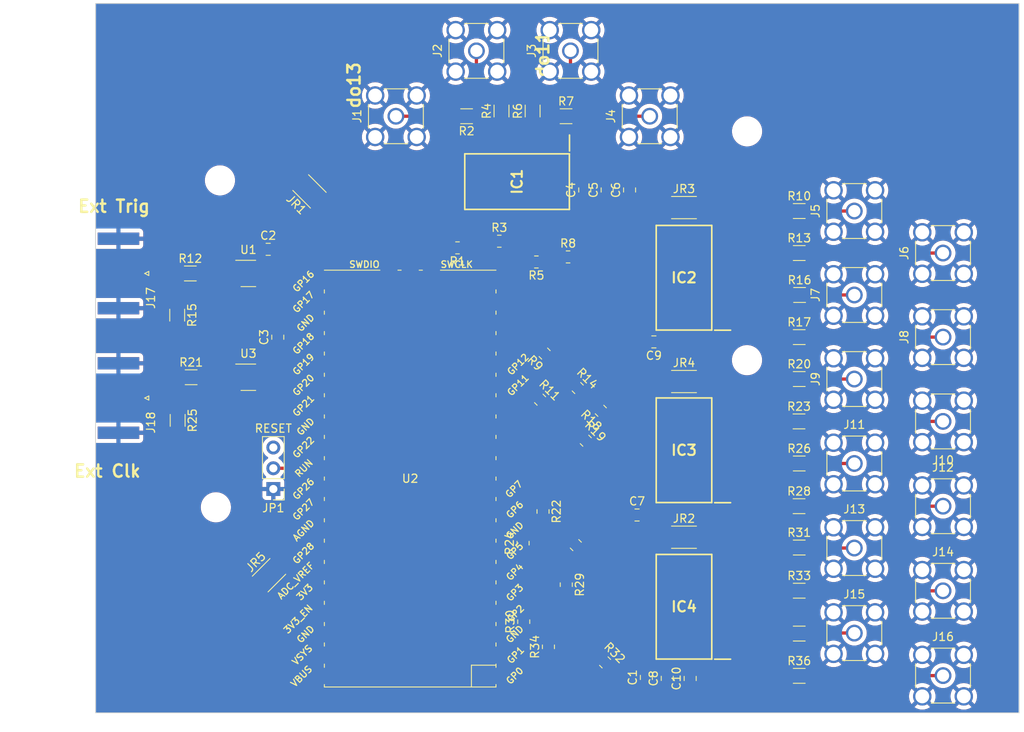
<source format=kicad_pcb>
(kicad_pcb (version 20221018) (generator pcbnew)
  (layers (0 "F.Cu" signal) (31 "B.Cu" signal) (34 "B.Paste" user) (35 "F.Paste" user) (36 "B.SilkS" user "B.Silkscreen") (37 "F.SilkS" user "F.Silkscreen") (38 "B.Mask" user) (39 "F.Mask" user) (44 "Edge.Cuts" user))
  (net 0 "")
  (net 1 "3_3V_Pico")
  (net 2 "GND")
  (net 3 "do7")
  (net 4 "do0")
  (net 5 "do15")
  (net 6 "do8")
  (net 7 "do14")
  (net 8 "do6")
  (net 9 "do9")
  (net 10 "do1")
  (net 11 "do13")
  (net 12 "do5")
  (net 13 "do10")
  (net 14 "do2")
  (net 15 "do12")
  (net 16 "do4")
  (net 17 "do3")
  (net 18 "Net-(IC1A-A0)")
  (net 20 "Net-(U2-GPIO16)")
  (net 24 "Net-(U2-GPIO20)")
  (net 38 "Net-(JP1-C)")
  (net 39 "do11")
  (net 40 "Net-(J17-In)")
  (net 41 "Net-(J18-In)")
  (net 42 "Net-(IC1A-A2)")
  (net 43 "Net-(IC1A-A4)")
  (net 44 "Net-(IC1A-A6)")
  (net 45 "Net-(IC1A-B6)")
  (net 46 "Net-(IC1A-B4)")
  (net 47 "Net-(IC1A-B2)")
  (net 48 "Net-(IC1A-B0)")
  (net 49 "Net-(IC2A-A0)")
  (net 50 "Net-(IC2A-A2)")
  (net 51 "Net-(IC2A-A4)")
  (net 52 "Net-(IC2A-A6)")
  (net 53 "Net-(IC2A-B6)")
  (net 54 "Net-(IC2A-B4)")
  (net 55 "Net-(IC2A-B2)")
  (net 56 "Net-(IC2A-B0)")
  (net 57 "Net-(IC3A-A0)")
  (net 58 "Net-(IC3A-A2)")
  (net 59 "Net-(IC3A-A4)")
  (net 60 "Net-(IC3A-A6)")
  (net 61 "Net-(IC3A-B6)")
  (net 62 "Net-(IC3A-B4)")
  (net 63 "Net-(IC3A-B2)")
  (net 64 "Net-(IC3A-B0)")
  (net 65 "Net-(IC4A-A0)")
  (net 66 "Net-(IC4A-A2)")
  (net 67 "Net-(IC4A-A4)")
  (net 68 "Net-(IC4A-A6)")
  (net 69 "Net-(IC4A-B6)")
  (net 70 "Net-(IC4A-B4)")
  (net 71 "Net-(IC4A-B2)")
  (net 72 "Net-(IC4A-B0)")
  (net 73 "Net-(R12-Pad2)")
  (net 74 "Net-(R21-Pad2)")
  (footprint "Resistor_SMD:R_1206_3216Metric_Pad1.30x1.75mm_HandSolder" (layer "F.Cu") (at 157.974 105.339)
    (fp_text reference "R23")
    (fp_text value "49.9")
  )
  (footprint "Capacitor_SMD:C_0805_2012Metric_Pad1.18x1.45mm_HandSolder" (layer "F.Cu") (at 137.242 77.0213 90)
    (fp_text reference "C6")
    (fp_text value "10u")
  )
  (footprint "Resistor_SMD:R_1206_3216Metric_Pad1.30x1.75mm_HandSolder" (layer "F.Cu") (at 81.944 105.215 -90)
    (fp_text reference "R25")
    (fp_text value "47k")
  )
  (footprint "Resistor_SMD:R_1206_3216Metric_Pad1.30x1.75mm_HandSolder" (layer "F.Cu") (at 158 120.774)
    (fp_text reference "R31")
    (fp_text value "49.9")
  )
  (footprint "Resistor_SMD:R_0805_2012Metric_Pad1.20x1.40mm_HandSolder" (layer "F.Cu") (at 134.2448 134.8278 -45)
    (fp_text reference "R32")
    (fp_text value "10k")
  )
  (footprint "Capacitor_SMD:C_0805_2012Metric_Pad1.18x1.45mm_HandSolder" (layer "F.Cu") (at 144.657 136.796 90)
    (fp_text reference "C10")
    (fp_text value "10u")
  )
  (footprint "Resistor_SMD:R_1206_3216Metric_Pad1.30x1.75mm_HandSolder" (layer "F.Cu") (at 158 110.489)
    (fp_text reference "R26")
    (fp_text value "49.9")
  )
  (footprint "Connector_Coaxial:SMA_Amphenol_901-144_Vertical" (layer "F.Cu") (at 175.596 105.339 180)
    (fp_text reference "J10")
    (fp_text value "do6")
  )
  (footprint "Connector_Coaxial:SMA_Amphenol_901-144_Vertical" (layer "F.Cu") (at 175.596 95.026 90)
    (fp_text reference "J8")
    (fp_text value "do8")
  )
  (footprint "Resistor_SMD:R_1206_3216Metric_Pad1.30x1.75mm_HandSolder" (layer "F.Cu") (at 158 95.026)
    (fp_text reference "R17")
    (fp_text value "49.9")
  )
  (footprint "Connector_Coaxial:SMA_Amphenol_901-144_Vertical" (layer "F.Cu") (at 175.596 115.715)
    (fp_text reference "J12")
    (fp_text value "do4")
  )
  (footprint "Connector_Coaxial:SMA_Amphenol_901-144_Vertical" (layer "F.Cu") (at 108.65 68 90)
    (fp_text reference "J1")
    (fp_text value "do15")
  )
  (footprint "Resistor_SMD:R_0805_2012Metric_Pad1.20x1.40mm_HandSolder" (layer "F.Cu") (at 125.8374 85.8312 180)
    (fp_text reference "R5")
    (fp_text value "10k")
  )
  (footprint "Connector_Coaxial:SMA_Amphenol_132289_EdgeMount" (layer "F.Cu") (at 74.7 102.48 180)
    (fp_text reference "J18")
    (fp_text value "Ext. Clk.")
  )
  (footprint "MCU_RaspberryPi_and_Boards:RPi_Pico_SMD" (layer "F.Cu") (at 110.394448 112.3375 180)
    (fp_text reference "U2")
    (fp_text value "Pico")
  )
  (footprint "Resistor_SMD:R_0805_2012Metric_Pad1.20x1.40mm_HandSolder" (layer "F.Cu") (at 121.3002 83.2912)
    (fp_text reference "R3")
    (fp_text value "10k")
  )
  (footprint "Capacitor_SMD:C_0805_2012Metric_Pad1.18x1.45mm_HandSolder" (layer "F.Cu") (at 139.295 136.6685 90)
    (fp_text reference "C1")
    (fp_text value "100n")
  )
  (footprint "Resistor_SMD:R_1206_3216Metric_Pad1.30x1.75mm_HandSolder" (layer "F.Cu") (at 158 79.6)
    (fp_text reference "R10")
    (fp_text value "49.9")
  )
  (footprint "Resistor_SMD:R_2010_5025Metric_Pad1.40x2.65mm_HandSolder" (layer "F.Cu") (at 93.1222 124.1598 45)
    (fp_text reference "JR5")
    (fp_text value "0")
  )
  (footprint "MountingHole:MountingHole_3.2mm_M3_ISO7380" (layer "F.Cu") (at 87.12 75.871)
    (fp_text reference "REF**" hide)
    (fp_text value "MountingHole_3.2mm_M3_ISO7380" hide)
  )
  (footprint "Resistor_SMD:R_2010_5025Metric_Pad1.40x2.65mm_HandSolder" (layer "F.Cu") (at 143.9 79.1764)
    (fp_text reference "JR3")
    (fp_text value "0")
  )
  (footprint "Resistor_SMD:R_1206_3216Metric_Pad1.30x1.75mm_HandSolder" (layer "F.Cu") (at 158 84.74)
    (fp_text reference "R13")
    (fp_text value "49.9")
  )
  (footprint "Resistor_SMD:R_1206_3216Metric_Pad1.30x1.75mm_HandSolder" (layer "F.Cu") (at 125.38 67.36 90)
    (fp_text reference "R6")
    (fp_text value "49.9")
  )
  (footprint "ICs:SOIC127P1032X265-20N" (layer "F.Cu") (at 143.9 128.0206 180)
    (fp_text reference "IC4")
    (fp_text value "74LVT245D,118" hide)
  )
  (footprint "Resistor_SMD:R_1206_3216Metric_Pad1.30x1.75mm_HandSolder" (layer "F.Cu") (at 117.3 68 180)
    (fp_text reference "R2")
    (fp_text value "49.9")
  )
  (footprint "Capacitor_SMD:C_0805_2012Metric_Pad1.18x1.45mm_HandSolder" (layer "F.Cu") (at 93.0206 84.2818)
    (fp_text reference "C2")
    (fp_text value "100n")
  )
  (footprint "ICs:SOIC127P1032X265-20N" (layer "F.Cu") (at 143.9 87.7616 180)
    (fp_text reference "IC2")
    (fp_text value "74LVT245D,118" hide)
  )
  (footprint "Connector_PinHeader_2.54mm:PinHeader_1x03_P2.54mm_Vertical" (layer "F.Cu") (at 93.6498 113.6142 180)
    (fp_text reference "JP1")
    (fp_text value "RESET")
  )
  (footprint "ICs:SOIC127P1032X265-20N" (layer "F.Cu") (at 123.4752 76 -90)
    (fp_text reference "IC1")
    (fp_text value "74LVT245D,118" hide)
  )
  (footprint "Resistor_SMD:R_1206_3216Metric_Pad1.30x1.75mm_HandSolder" (layer "F.Cu") (at 158 126.056)
    (fp_text reference "R33")
    (fp_text value "49.9")
  )
  (footprint "Resistor_SMD:R_1206_3216Metric_Pad1.30x1.75mm_HandSolder" (layer "F.Cu") (at 83.494448 87.2375)
    (fp_text reference "R12")
    (fp_text value "470")
  )
  (footprint "Resistor_SMD:R_0805_2012Metric_Pad1.20x1.40mm_HandSolder" (layer "F.Cu") (at 126.6502 116.362 -90)
    (fp_text reference "R22")
    (fp_text value "10k")
  )
  (footprint "Resistor_SMD:R_1206_3216Metric_Pad1.30x1.75mm_HandSolder" (layer "F.Cu") (at 158 136.474)
    (fp_text reference "R36")
    (fp_text value "49.9")
  )
  (footprint "Resistor_SMD:R_2010_5025Metric_Pad1.40x2.65mm_HandSolder" (layer "F.Cu") (at 143.9 119.5116)
    (fp_text reference "JR2")
    (fp_text value "0")
  )
  (footprint "Resistor_SMD:R_1206_3216Metric_Pad1.30x1.75mm_HandSolder" (layer "F.Cu") (at 158.0446 89.87)
    (fp_text reference "R16")
    (fp_text value "49.9" hide)
  )
  (footprint "Resistor_SMD:R_0805_2012Metric_Pad1.20x1.40mm_HandSolder" (layer "F.Cu") (at 131.8826 107.7006 -45)
    (fp_text reference "R19")
    (fp_text value "10k")
  )
  (footprint "Capacitor_SMD:C_0805_2012Metric_Pad1.18x1.45mm_HandSolder" (layer "F.Cu") (at 141.852 136.7825 90)
    (fp_text reference "C8")
    (fp_text value "1u")
  )
  (footprint "Resistor_SMD:R_1206_3216Metric_Pad1.30x1.75mm_HandSolder" (layer "F.Cu") (at 83.594448 99.9375)
    (fp_text reference "R21")
    (fp_text value "470")
  )
  (footprint "MountingHole:MountingHole_3.2mm_M3_ISO7380" (layer "F.Cu") (at 151.62 97.871)
    (fp_text reference "REF**" hide)
    (fp_text value "MountingHole_3.2mm_M3_ISO7380" hide)
  )
  (footprint "Capacitor_SMD:C_0805_2012Metric_Pad1.18x1.45mm_HandSolder" (layer "F.Cu") (at 140.2138 95.6102 180)
    (fp_text reference "C9")
    (fp_text value "100n")
  )
  (footprint "Connector_Coaxial:SMA_Amphenol_132289_EdgeMount" (layer "F.Cu") (at 74.7 87.2375 180)
    (fp_text reference "J17")
    (fp_text value "Ext. Trig.")
  )
  (footprint "Capacitor_SMD:C_0805_2012Metric_Pad1.18x1.45mm_HandSolder" (layer "F.Cu") (at 94.194448 95.0375 90)
    (fp_text reference "C3")
    (fp_text value "100n")
  )
  (footprint "Resistor_SMD:R_0805_2012Metric_Pad1.20x1.40mm_HandSolder" (layer "F.Cu") (at 124.291 129.844 90)
    (fp_text reference "R30")
    (fp_text value "10k")
  )
  (footprint "Resistor_SMD:R_1206_3216Metric_Pad1.30x1.75mm_HandSolder" (layer "F.Cu") (at 158 131.304)
    (fp_text reference "R35" hide)
    (fp_text value "49.9")
  )
  (footprint "Resistor_SMD:R_0805_2012Metric_Pad1.20x1.40mm_HandSolder" (layer "F.Cu") (at 129.495 125.3188 -90)
    (fp_text reference "R29")
    (fp_text value "10k")
  )
  (footprint "Resistor_SMD:R_0805_2012Metric_Pad1.20x1.40mm_HandSolder" (layer "F.Cu") (at 130.899 101.255 -45)
    (fp_text reference "R14")
    (fp_text value "10k")
  )
  (footprint "ICs:SOIC127P1032X265-20N" (layer "F.Cu") (at 143.9 108.869 180)
    (fp_text reference "IC3")
    (fp_text value "74LVT245D,118" hide)
  )
  (footprint "Resistor_SMD:R_0805_2012Metric_Pad1.20x1.40mm_HandSolder" (layer "F.Cu") (at 130.6634 120.4768 -45)
    (fp_text reference "R27" hide)
    (fp_text value "10k")
  )
  (footprint "Connector_Coaxial:SMA_Amphenol_901-144_Vertical" (layer "F.Cu") (at 164.74 100.158 90)
    (fp_text reference "J9")
    (fp_text value "do7")
  )
  (footprint "Package_TO_SOT_SMD:SOT-23-5_HandSoldering" (layer "F.Cu") (at 90.594448 87.2375)
    (fp_text reference "U1")
    (fp_text value "74LVC1G17")
  )
  (footprint "Connector_Coaxial:SMA_Amphenol_901-144_Vertical" (layer "F.Cu") (at 175.596 126.07)
    (fp_text reference "J14")
    (fp_text value "do2")
  )
  (footprint "MountingHole:MountingHole_3.2mm_M3_ISO7380" (layer "F.Cu") (at 86.62 115.871)
    (fp_text reference "REF**" hide)
    (fp_text value "MountingHole_3.2mm_M3_ISO7380" hide)
  )
  (footprint "Connector_Coaxial:SMA_Amphenol_901-144_Vertical" (layer "F.Cu") (at 139.706 68 90)
    (fp_text reference "J4")
    (fp_text value "do12")
  )
  (footprint "Connector_Coaxial:SMA_Amphenol_901-144_Vertical" (layer "F.Cu") (at 118.5 60 90)
    (fp_text reference "J2")
    (fp_text value "do14")
  )
  (footprint "Resistor_SMD:R_0805_2012Metric_Pad1.20x1.40mm_HandSolder" (layer "F.Cu") (at 126.847107 97.043107 135)
    (fp_text reference "R9")
    (fp_text value "10k")
  )
  (footprint "Resistor_SMD:R_2010_5025Metric_Pad1.40x2.65mm_HandSolder" (layer "F.Cu") (at 98.0752 77.1952 135)
    (fp_text reference "JR1")
    (fp_text value "0")
  )
  (footprint "Resistor_SMD:R_0805_2012Metric_Pad1.20x1.40mm_HandSolder" (layer "F.Cu") (at 124.2118 120.2388 90)
    (fp_text reference "R24")
    (fp_text value "10k" hide)
  )
  (footprint "Connector_Coaxial:SMA_Amphenol_901-144_Vertical" (layer "F.Cu") (at 175.596 136.445)
    (fp_text reference "J16")
    (fp_text value "do0")
  )
  (footprint "Resistor_SMD:R_0805_2012Metric_Pad1.20x1.40mm_HandSolder" (layer "F.Cu") (at 126.29 102.684 -45)
    (fp_text reference "R11")
    (fp_text value "10k")
  )
  (footprint "Resistor_SMD:R_1206_3216Metric_Pad1.30x1.75mm_HandSolder" (layer "F.Cu") (at 81.887 92.338 -90)
    (fp_text reference "R15")
    (fp_text value "47k")
  )
  (footprint "Connector_Coaxial:SMA_Amphenol_901-144_Vertical" (layer "F.Cu") (at 130.01 60 90)
    (fp_text reference "J3")
    (fp_text value "do13")
  )
  (footprint "Resistor_SMD:R_0805_2012Metric_Pad1.20x1.40mm_HandSolder" (layer "F.Cu") (at 116.1854 84.104 180)
    (fp_text reference "R1")
    (fp_text value "10k")
  )
  (footprint "Connector_Coaxial:SMA_Amphenol_901-144_Vertical" (layer "F.Cu") (at 164.74 79.6 90)
    (fp_text reference "J5")
    (fp_text value "do11")
  )
  (footprint "Resistor_SMD:R_1206_3216Metric_Pad1.30x1.75mm_HandSolder" (layer "F.Cu") (at 157.981 115.715)
    (fp_text reference "R28")
    (fp_text value "49.9")
  )
  (footprint "Resistor_SMD:R_1206_3216Metric_Pad1.30x1.75mm_HandSolder" (layer "F.Cu") (at 158 100.158)
    (fp_text reference "R20")
    (fp_text value "49.9")
  )
  (footprint "Resistor_SMD:R_0805_2012Metric_Pad1.20x1.40mm_HandSolder" (layer "F.Cu") (at 127.3106 132.9228 90)
    (fp_text reference "R34")
    (fp_text value "10k")
  )
  (footprint "Connector_Coaxial:SMA_Amphenol_901-144_Vertical" (layer "F.Cu") (at 175.596 84.74 90)
    (fp_text reference "J6")
    (fp_text value "do10")
  )
  (footprint "Connector_Coaxial:SMA_Amphenol_901-144_Vertical" (layer "F.Cu") (at 164.74 120.835)
    (fp_text reference "J13")
    (fp_text value "do3")
  )
  (footprint "Resistor_SMD:R_1206_3216Metric_Pad1.30x1.75mm_HandSolder" (layer "F.Cu") (at 129.47 68)
    (fp_text reference "R7")
    (fp_text value "49.9")
  )
  (footprint "Package_TO_SOT_SMD:SOT-23-5_HandSoldering" (layer "F.Cu") (at 90.594448 99.9375)
    (fp_text reference "U3")
    (fp_text value "74LVC1G34")
  )
  (footprint "Resistor_SMD:R_0805_2012Metric_Pad1.20x1.40mm_HandSolder" (layer "F.Cu") (at 129.715 85.212)
    (fp_text reference "R8")
    (fp_text value "10k")
  )
  (footprint "Capacitor_SMD:C_0805_2012Metric_Pad1.18x1.45mm_HandSolder" (layer "F.Cu") (at 138.1564 116.7938)
    (fp_text reference "C7")
    (fp_text value "100n")
  )
  (footprint "Capacitor_SMD:C_0805_2012Metric_Pad1.18x1.45mm_HandSolder" (layer "F.Cu") (at 134.4988 77.0213 90)
    (fp_text reference "C5")
    (fp_text value "1u")
  )
  (footprint "Connector_Coaxial:SMA_Amphenol_901-144_Vertical" (layer "F.Cu") (at 164.74 110.489)
    (fp_text reference "J11")
    (fp_text value "do5")
  )
  (footprint "Connector_Coaxial:SMA_Amphenol_901-144_Vertical" (layer "F.Cu") (at 164.74 89.87 90)
    (fp_text reference "J7")
    (fp_text value "do9")
  )
  (footprint "Capacitor_SMD:C_0805_2012Metric_Pad1.18x1.45mm_HandSolder" (layer "F.Cu") (at 131.7556 77.0213 90)
    (fp_text reference "C4")
    (fp_text value "100n")
  )
  (footprint "Resistor_SMD:R_0805_2012Metric_Pad1.20x1.40mm_HandSolder" (layer "F.Cu") (at 133.723 104.042 135)
    (fp_text reference "R18")
    (fp_text value "10k")
  )
  (footprint "Connector_Coaxial:SMA_Amphenol_901-144_Vertical" (layer "F.Cu") (at 164.74 131.244)
    (fp_text reference "J15")
    (fp_text value "do1")
  )
  (footprint "Resistor_SMD:R_1206_3216Metric_Pad1.30x1.75mm_HandSolder" (layer "F.Cu") (at 121.5702 67.36 90)
    (fp_text reference "R4")
    (fp_text value "49.9")
  )
  (footprint "MountingHole:MountingHole_3.2mm_M3_ISO7380" (layer "F.Cu") (at 151.62 69.871)
    (fp_text reference "REF**" hide)
    (fp_text value "MountingHole_3.2mm_M3_ISO7380" hide)
  )
  (footprint "Resistor_SMD:R_2010_5025Metric_Pad1.40x2.65mm_HandSolder" (layer "F.Cu") (at 143.9 100.4616)
    (fp_text reference "JR4")
    (fp_text value "0")
  )
  (gr_rect (start 71.9 54.2) (end 184.9 141) (stroke (width 0.1)) (fill none) (layer "Edge.Cuts"))
  (gr_text "do11" (at 127.5 63.4 90) (layer "F.SilkS") (effects (font (size 1.5 1.5) (thickness 0.3) bold) (justify left bottom)))
  (gr_text "Ext Clk" (at 69.1 112.3) (layer "F.SilkS") (effects (font (size 1.5 1.5) (thickness 0.3) bold) (justify left bottom)))
  (gr_text "Ext Trig" (at 69.6 79.9) (layer "F.SilkS") (effects (font (size 1.5 1.5) (thickness 0.3) bold) (justify left bottom)))
  (gr_text "do13" (at 104.4 67.2 90) (layer "F.SilkS") (effects (font (size 1.5 1.5) (thickness 0.3) bold) (justify left bottom)))
  (segment (start 90.594448 86.6375) (end 90.944448 86.2875) (width 0.4) (layer "F.Cu") (net 1))
  (segment (start 90.944448 86.2875) (end 91.944448 86.2875) (width 0.4) (layer "F.Cu") (net 1))
  (segment (start 92.8925 98.9875) (end 94.194448 97.685552) (width 0.4) (layer "F.Cu") (net 1))
  (segment (start 91.944448 98.9875) (end 92.8925 98.9875) (width 0.4) (layer "F.Cu") (net 1))
  (segment (start 143.9 93.4766) (end 143.9 77.416) (width 0.4) (layer "F.Cu") (net 1))
  (segment (start 139.175 114.584) (end 139.175 116.7749) (width 0.4) (layer "F.Cu") (net 1))
  (segment (start 144.5295 135.631) (end 139.295 135.631) (width 0.4) (layer "F.Cu") (net 1))
  (segment (start 143.9 99.2932) (end 143.9 93.4766) (width 0.4) (layer "F.Cu") (net 1))
  (segment (start 142.484 76) (end 130.4094 76) (width 0.4) (layer "F.Cu") (net 1))
  (segment (start 101.504448 126.3075) (end 101.474448 126.3375) (width 0.4) (layer "F.Cu") (net 1))
  (segment (start 90.594448 121.6375) (end 90.594448 99.2375) (width 0.4) (layer "F.Cu") (net 1))
  (segment (start 143.9 133.6594) (end 143.9 120.7816) (width 0.4) (layer "F.Cu") (net 1))
  (segment (start 139.1763 95.6102) (end 139.1763 93.4779) (width 0.4) (layer "F.Cu") (net 1))
  (segment (start 139.295 133.8556) (end 139.175 133.7356) (width 0.4) (layer "F.Cu") (net 1))
  (segment (start 129.2918 76) (end 129.1902 76.1016) (width 0.4) (layer "F.Cu") (net 1))
  (segment (start 143.8746 120.807) (end 143.9 120.7816) (width 0.4) (layer "F.Cu") (net 1))
  (segment (start 139.175 93.4766) (end 143.9 93.4766) (width 0.4) (layer "F.Cu") (net 1))
  (segment (start 95.294448 126.3375) (end 90.594448 121.6375) (width 0.4) (layer "F.Cu") (net 1))
  (segment (start 90.594448 99.2375) (end 90.594448 86.6375) (width 0.4) (layer "F.Cu") (net 1))
  (segment (start 139.295 135.631) (end 139.295 133.8556) (width 0.4) (layer "F.Cu") (net 1))
  (segment (start 143.9 133.6594) (end 143.8238 133.7356) (width 0.4) (layer "F.Cu") (net 1))
  (segment (start 144.334 135.4355) (end 144.657 135.7585) (width 0.4) (layer "F.Cu") (net 1))
  (segment (start 99.2958 76) (end 129.2918 76) (width 0.4) (layer "F.Cu") (net 1))
  (segment (start 91.944448 83.351352) (end 99.2958 76) (width 0.4) (layer "F.Cu") (net 1))
  (segment (start 143.9 114.4316) (end 143.9 99.2932) (width 0.4) (layer "F.Cu") (net 1))
  (segment (start 139.175 114.584) (end 143.7476 114.584) (width 0.4) (layer "F.Cu") (net 1))
  (segment (start 129.2918 76) (end 130.4094 76) (width 0.4) (layer "F.Cu") (net 1))
  (segment (start 139.1763 93.4779) (end 139.175 93.4766) (width 0.4) (layer "F.Cu") (net 1))
  (segment (start 129.1902 76.1016) (end 129.1902 80.725) (width 0.4) (layer "F.Cu") (net 1))
  (segment (start 143.9 120.7816) (end 143.9 114.4316) (width 0.4) (layer "F.Cu") (net 1))
  (segment (start 94.194448 97.685552) (end 94.194448 96.075) (width 0.4) (layer "F.Cu") (net 1))
  (segment (start 144.657 135.7585) (end 144.5295 135.631) (width 0.4) (layer "F.Cu") (net 1))
  (segment (start 101.474448 126.3375) (end 95.294448 126.3375) (width 0.4) (layer "F.Cu") (net 1))
  (segment (start 90.844448 98.9875) (end 91.944448 98.9875) (width 0.4) (layer "F.Cu") (net 1))
  (segment (start 91.944448 86.2875) (end 91.944448 83.351352) (width 0.4) (layer "F.Cu") (net 1))
  (segment (start 143.9 77.416) (end 142.484 76) (width 0.4) (layer "F.Cu") (net 1))
  (segment (start 143.8238 133.7356) (end 139.175 133.7356) (width 0.4) (layer "F.Cu") (net 1))
  (segment (start 139.175 116.7749) (end 139.1939 116.7938) (width 0.4) (layer "F.Cu") (net 1))
  (segment (start 137.1183 78.5558) (end 137.121 78.5531) (width 0.4) (layer "F.Cu") (net 2))
  (segment (start 159.55 100.158) (end 164.696 100.158) (width 0.4) (layer "F.Cu") (net 3))
  (segment (start 159.2685 136.474) (end 159.2975 136.445) (width 0.4) (layer "F.Cu") (net 4))
  (segment (start 159.2975 136.445) (end 175.596 136.445) (width 0.4) (layer "F.Cu") (net 4))
  (segment (start 115.75 68) (end 108.65 68) (width 0.4) (layer "F.Cu") (net 5))
  (segment (start 159.55 94.518) (end 160.058 95.026) (width 0.4) (layer "F.Cu") (net 6))
  (segment (start 160.058 95.026) (end 175.596 95.026) (width 0.4) (layer "F.Cu") (net 6))
  (segment (start 119.985 65.425) (end 118.5 63.94) (width 0.4) (layer "F.Cu") (net 7))
  (segment (start 118.5 63.94) (end 118.5 60) (width 0.4) (layer "F.Cu") (net 7))
  (segment (start 121.5702 65.81) (end 120.37 65.81) (width 0.4) (layer "F.Cu") (net 7))
  (segment (start 120.37 65.81) (end 119.985 65.425) (width 0.4) (layer "F.Cu") (net 7))
  (segment (start 119.71 65.15) (end 119.7144 65.1456) (width 0.4) (layer "F.Cu") (net 7))
  (segment (start 119.985 65.425) (end 119.71 65.15) (width 0.4) (layer "F.Cu") (net 7))
  (segment (start 159.524 105.795) (end 159.98 105.339) (width 0.4) (layer "F.Cu") (net 8))
  (segment (start 159.98 105.339) (end 175.596 105.339) (width 0.4) (layer "F.Cu") (net 8))
  (segment (start 159.5946 89.87) (end 164.74 89.87) (width 0.4) (layer "F.Cu") (net 9))
  (segment (start 164.7405 131.461) (end 164.5125 131.233) (width 0.4) (layer "F.Cu") (net 10))
  (segment (start 159.407 131.233) (end 159.356 131.284) (width 0.4) (layer "F.Cu") (net 10))
  (segment (start 164.5125 131.233) (end 159.407 131.233) (width 0.4) (layer "F.Cu") (net 10))
  (segment (start 164.836 131.351) (end 164.825 131.34) (width 0.4) (layer "F.Cu") (net 10))
  (segment (start 125.38 65.81) (end 127.33 65.81) (width 0.4) (layer "F.Cu") (net 11))
  (segment (start 130.01 60) (end 130.01 63.13) (width 0.4) (layer "F.Cu") (net 11))
  (segment (start 130.01 63.13) (end 127.33 65.81) (width 0.4) (layer "F.Cu") (net 11))
  (segment (start 159.55 111.021) (end 159.561 111.01) (width 0.4) (layer "F.Cu") (net 12))
  (segment (start 159.561 110.489) (end 164.74 110.489) (width 0.4) (layer "F.Cu") (net 12))
  (segment (start 159.5692 84.74) (end 175.596 84.74) (width 0.4) (layer "F.Cu") (net 13))
  (segment (start 159.5184 84.7898) (end 159.5692 84.739) (width 0.4) (layer "F.Cu") (net 13))
  (segment (start 169.027 126.07) (end 169.029 126.068) (width 0.4) (layer "F.Cu") (net 14))
  (segment (start 168.0776 126.07) (end 159.5355 126.07) (width 0.4) (layer "F.Cu") (net 14))
  (segment (start 169.027 126.07) (end 168.0776 126.07) (width 0.4) (layer "F.Cu") (net 14))
  (segment (start 168.0776 126.07) (end 175.596 126.07) (width 0.4) (layer "F.Cu") (net 14))
  (segment (start 159.5355 126.07) (end 159.2775 126.328) (width 0.4) (layer "F.Cu") (net 14))
  (segment (start 139.706 68) (end 131.02 68) (width 0.4) (layer "F.Cu") (net 15))
  (segment (start 131.33 67.99) (end 131.02 68.3) (width 0.4) (layer "F.Cu") (net 15))
  (segment (start 159.3785 115.715) (end 175.596 115.715) (width 0.4) (layer "F.Cu") (net 16))
  (segment (start 159.2215 120.835) (end 164.4295 120.835) (width 0.4) (layer "F.Cu") (net 17))
  (segment (start 159.1605 120.774) (end 159.2215 120.835) (width 0.4) (layer "F.Cu") (net 17))
  (segment (start 127.92 68) (end 127.92 71.2748) (width 0.4) (layer "F.Cu") (net 18))
  (segment (start 127.92 71.2748) (end 127.9202 71.275) (width 0.4) (layer "F.Cu") (net 18))
  (segment (start 127.9202 71.275) (end 126.6502 71.275) (width 0.4) (layer "F.Cu") (net 18))
  (segment (start 126.65 71.2748) (end 126.6502 71.275) (width 0.4) (layer "F.Cu") (net 18))
  (segment (start 101.484448 88.1875) (end 91.944448 88.1875) (width 0.4) (layer "F.Cu") (net 20))
  (segment (start 101.504448 88.2075) (end 101.484448 88.1875) (width 0.4) (layer "F.Cu") (net 20))
  (segment (start 101.504448 100.9075) (end 101.484448 100.8875) (width 0.4) (layer "F.Cu") (net 24))
  (segment (start 101.484448 100.8875) (end 91.944448 100.8875) (width 0.4) (layer "F.Cu") (net 24))
  (segment (start 101.504448 111.0675) (end 101.497748 111.0742) (width 0.4) (layer "F.Cu") (net 38))
  (segment (start 101.497748 111.0742) (end 93.6498 111.0742) (width 0.4) (layer "F.Cu") (net 38))
  (segment (start 159.55 79.6) (end 164.74 79.6) (width 0.4) (layer "F.Cu") (net 39))
  (segment (start 75.694448 87.2375) (end 81.944448 87.2375) (width 0.4) (layer "F.Cu") (net 40))
  (segment (start 81.887 90.788) (end 81.887 87.294948) (width 0.4) (layer "F.Cu") (net 40))
  (segment (start 81.887 87.294948) (end 81.944448 87.2375) (width 0.4) (layer "F.Cu") (net 40))
  (segment (start 80.5325 99.9375) (end 82.044448 99.9375) (width 0.4) (layer "F.Cu") (net 41))
  (segment (start 82.044448 103.564552) (end 81.944 103.665) (width 0.4) (layer "F.Cu") (net 41))
  (segment (start 82.044448 99.9375) (end 82.044448 103.564552) (width 0.4) (layer "F.Cu") (net 41))
  (segment (start 75.664448 102.48) (end 77.99 102.48) (width 0.4) (layer "F.Cu") (net 41))
  (segment (start 77.99 102.48) (end 80.5325 99.9375) (width 0.4) (layer "F.Cu") (net 41))
  (segment (start 125.38 68.91) (end 125.38 71.2748) (width 0.4) (layer "F.Cu") (net 42))
  (segment (start 124.1 71.2648) (end 124.1102 71.275) (width 0.4) (layer "F.Cu") (net 42))
  (segment (start 125.3802 71.275) (end 124.1102 71.275) (width 0.4) (layer "F.Cu") (net 42))
  (segment (start 125.38 71.2748) (end 125.3802 71.275) (width 0.4) (layer "F.Cu") (net 42))
  (segment (start 121.5702 71.275) (end 122.8402 71.275) (width 0.4) (layer "F.Cu") (net 43))
  (segment (start 121.5702 68.9662) (end 121.5702 71.275) (width 0.4) (layer "F.Cu") (net 43))
  (segment (start 119.0302 68.1772) (end 118.853 68) (width 0.4) (layer "F.Cu") (net 44))
  (segment (start 118.853 68.1782) (end 119.0308 68.356) (width 0.4) (layer "F.Cu") (net 44))
  (segment (start 119.0308 71.2744) (end 119.0302 71.275) (width 0.4) (layer "F.Cu") (net 44))
  (segment (start 119.0302 71.275) (end 120.3002 71.275) (width 0.4) (layer "F.Cu") (net 44))
  (segment (start 119.0302 71.275) (end 119.0302 68.1772) (width 0.4) (layer "F.Cu") (net 44))
  (segment (start 117.121 83.4986) (end 117.7602 82.8594) (width 0.4) (layer "F.Cu") (net 45))
  (segment (start 117.7602 82.8594) (end 117.7602 80.725) (width 0.4) (layer "F.Cu") (net 45))
  (segment (start 117.5335 88.2075) (end 117.121 87.795) (width 0.4) (layer "F.Cu") (net 45))
  (segment (start 117.7602 80.725) (end 119.0302 80.725) (width 0.4) (layer "F.Cu") (net 45))
  (segment (start 119.284448 88.2075) (end 117.5335 88.2075) (width 0.4) (layer "F.Cu") (net 45))
  (segment (start 117.121 87.795) (end 117.121 83.4986) (width 0.4) (layer "F.Cu") (net 45))
  (segment (start 119.9805 88.2075) (end 120.306 87.882) (width 0.4) (layer "F.Cu") (net 45))
  (segment (start 119.284448 88.2075) (end 119.9805 88.2075) (width 0.4) (layer "F.Cu") (net 45))
  (segment (start 122.9672 90.3328) (end 122.9672 87.0758) (width 0.4) (layer "F.Cu") (net 46))
  (segment (start 122.5525 90.7475) (end 122.9672 90.3328) (width 0.4) (layer "F.Cu") (net 46))
  (segment (start 120.3002 80.725) (end 121.5702 80.725) (width 0.4) (layer "F.Cu") (net 46))
  (segment (start 120.3002 84.4088) (end 120.3002 80.725) (width 0.4) (layer "F.Cu") (net 46))
  (segment (start 122.9672 87.0758) (end 120.3002 84.4088) (width 0.4) (layer "F.Cu") (net 46))
  (segment (start 119.284448 90.7475) (end 122.5525 90.7475) (width 0.4) (layer "F.Cu") (net 46))
  (segment (start 121.044448 95.8275) (end 119.284448 95.8275) (width 0.4) (layer "F.Cu") (net 47))
  (segment (start 124.1102 82.4022) (end 126.7518 85.0438) (width 0.4) (layer "F.Cu") (net 47))
  (segment (start 124.1102 80.725) (end 124.1102 82.4022) (width 0.4) (layer "F.Cu") (net 47))
  (segment (start 126.7518 85.0438) (end 126.7518 91.4832) (width 0.4) (layer "F.Cu") (net 47))
  (segment (start 121.044448 95.8275) (end 121.046948 95.83) (width 0.4) (layer "F.Cu") (net 47))
  (segment (start 126.7518 91.4832) (end 122.4075 95.8275) (width 0.4) (layer "F.Cu") (net 47))
  (segment (start 122.8402 80.725) (end 124.1102 80.725) (width 0.4) (layer "F.Cu") (net 47))
  (segment (start 122.4075 95.8275) (end 121.044448 95.8275) (width 0.4) (layer "F.Cu") (net 47))
  (segment (start 126.6502 82.1736) (end 128.6728 84.1962) (width 0.4) (layer "F.Cu") (net 48))
  (segment (start 128.6728 84.1962) (end 128.6728 91.7992) (width 0.4) (layer "F.Cu") (net 48))
  (segment (start 125.3802 80.725) (end 126.6502 80.725) (width 0.4) (layer "F.Cu") (net 48))
  (segment (start 128.6728 91.7992) (end 122.1045 98.3675) (width 0.4) (layer "F.Cu") (net 48))
  (segment (start 126.6502 80.725) (end 126.6502 82.1736) (width 0.4) (layer "F.Cu") (net 48))
  (segment (start 122.1045 98.3675) (end 119.284448 98.3675) (width 0.4) (layer "F.Cu") (net 48))
  (segment (start 151.2628 92.2066) (end 154.0822 95.026) (width 0.4) (layer "F.Cu") (net 49))
  (segment (start 148.625 90.9366) (end 148.625 92.2066) (width 0.4) (layer "F.Cu") (net 49))
  (segment (start 154.0822 95.026) (end 156.45 95.026) (width 0.4) (layer "F.Cu") (net 49))
  (segment (start 148.625 92.2066) (end 151.2628 92.2066) (width 0.4) (layer "F.Cu") (net 49))
  (segment (start 150.8564 89.6666) (end 151.0598 89.87) (width 0.4) (layer "F.Cu") (net 50))
  (segment (start 156.4952 89.8706) (end 156.4946 89.87) (width 0.4) (layer "F.Cu") (net 50))
  (segment (start 151.0598 89.87) (end 156.4946 89.87) (width 0.4) (layer "F.Cu") (net 50))
  (segment (start 148.625 88.3966) (end 148.625 89.6666) (width 0.4) (layer "F.Cu") (net 50))
  (segment (start 148.625 89.6666) (end 150.8564 89.6666) (width 0.4) (layer "F.Cu") (net 50))
  (segment (start 154.8696 84.739) (end 156.449 84.739) (width 0.4) (layer "F.Cu") (net 51))
  (segment (start 148.625 85.8566) (end 148.625 87.1266) (width 0.4) (layer "F.Cu") (net 51))
  (segment (start 153.752 85.8566) (end 154.8696 84.739) (width 0.4) (layer "F.Cu") (net 51))
  (segment (start 148.625 85.8566) (end 153.752 85.8566) (width 0.4) (layer "F.Cu") (net 51))
  (segment (start 156.449 84.739) (end 156.45 84.74) (width 0.4) (layer "F.Cu") (net 51))
  (segment (start 154.827 79.6) (end 156.45 79.6) (width 0.4) (layer "F.Cu") (net 52))
  (segment (start 148.625 84.5866) (end 148.625 83.3166) (width 0.4) (layer "F.Cu") (net 52))
  (segment (start 151.1104 83.3166) (end 154.827 79.6) (width 0.4) (layer "F.Cu") (net 52))
  (segment (start 148.625 83.3166) (end 151.1104 83.3166) (width 0.4) (layer "F.Cu") (net 52))
  (segment (start 124.396928 100.9075) (end 127.554214 97.750214) (width 0.4) (layer "F.Cu") (net 53))
  (segment (start 137.7246 82.0466) (end 131.175 88.5962) (width 0.4) (layer "F.Cu") (net 53))
  (segment (start 131.175 94.129428) (end 127.554214 97.750214) (width 0.4) (layer "F.Cu") (net 53))
  (segment (start 139.3242 83.3166) (end 139.3242 82.0466) (width 0.4) (layer "F.Cu") (net 53))
  (segment (start 131.175 88.5962) (end 131.175 94.129428) (width 0.4) (layer "F.Cu") (net 53))
  (segment (start 119.284448 100.9075) (end 124.396928 100.9075) (width 0.4) (layer "F.Cu") (net 53))
  (segment (start 139.3242 82.0466) (end 137.7246 82.0466) (width 0.4) (layer "F.Cu") (net 53))
  (segment (start 137.3436 84.8914) (end 137.6484 84.5866) (width 0.4) (layer "F.Cu") (net 54))
  (segment (start 119.284448 103.4475) (end 124.112286 103.4475) (width 0.4) (layer "F.Cu") (net 54))
  (segment (start 125.582893 101.976893) (end 125.668307 101.976893) (width 0.4) (layer "F.Cu") (net 54))
  (segment (start 137.3436 84.9168) (end 137.3436 84.8914) (width 0.4) (layer "F.Cu") (net 54))
  (segment (start 133.072 89.1884) (end 137.3436 84.9168) (width 0.4) (layer "F.Cu") (net 54))
  (segment (start 124.112286 103.4475) (end 125.582893 101.976893) (width 0.4) (layer "F.Cu") (net 54))
  (segment (start 133.072 94.5732) (end 133.072 89.1884) (width 0.4) (layer "F.Cu") (net 54))
  (segment (start 139.3242 84.5866) (end 139.3242 85.8566) (width 0.4) (layer "F.Cu") (net 54))
  (segment (start 125.668307 101.976893) (end 133.072 94.5732) (width 0.4) (layer "F.Cu") (net 54))
  (segment (start 137.6484 84.5866) (end 139.3242 84.5866) (width 0.4) (layer "F.Cu") (net 54))
  (segment (start 119.284448 108.5275) (end 125.0755 108.5275) (width 0.4) (layer "F.Cu") (net 55))
  (segment (start 137.7246 88.3966) (end 139.3242 88.3966) (width 0.4) (layer "F.Cu") (net 55))
  (segment (start 135.6164 96.2076) (end 135.6164 90.5048) (width 0.4) (layer "F.Cu") (net 55))
  (segment (start 125.0755 108.5275) (end 132.67 100.933) (width 0.4) (layer "F.Cu") (net 55))
  (segment (start 135.6164 90.5048) (end 137.7246 88.3966) (width 0.4) (layer "F.Cu") (net 55))
  (segment (start 132.67 99.154) (end 135.6164 96.2076) (width 0.4) (layer "F.Cu") (net 55))
  (segment (start 119.284448 108.5275) (end 123.0775 108.5275) (width 0.4) (layer "F.Cu") (net 55))
  (segment (start 139.3242 88.3966) (end 139.3242 87.1266) (width 0.4) (layer "F.Cu") (net 55))
  (segment (start 132.67 100.933) (end 132.67 99.154) (width 0.4) (layer "F.Cu") (net 55))
  (segment (start 137.0896 97.7438) (end 137.0896 91.3938) (width 0.4) (layer "F.Cu") (net 56))
  (segment (start 134.1952 100.6382) (end 137.0896 97.7438) (width 0.4) (layer "F.Cu") (net 56))
  (segment (start 139.3242 90.9366) (end 139.3242 89.6666) (width 0.4) (layer "F.Cu") (net 56))
  (segment (start 119.284448 111.0675) (end 125.2415 111.0675) (width 0.4) (layer "F.Cu") (net 56))
  (segment (start 137.5468 90.9366) (end 139.3242 90.9366) (width 0.4) (layer "F.Cu") (net 56))
  (segment (start 137.0896 91.3938) (end 137.5468 90.9366) (width 0.4) (layer "F.Cu") (net 56))
  (segment (start 125.2415 111.0675) (end 134.1952 102.1138) (width 0.4) (layer "F.Cu") (net 56))
  (segment (start 134.1952 102.1138) (end 134.1952 100.6382) (width 0.4) (layer "F.Cu") (net 56))
  (segment (start 152.5328 113.314) (end 148.625 113.314) (width 0.4) (layer "F.Cu") (net 57))
  (segment (start 148.625 112.044) (end 148.625 113.314) (width 0.4) (layer "F.Cu") (net 57))
  (segment (start 154.9338 115.715) (end 152.5328 113.314) (width 0.4) (layer "F.Cu") (net 57))
  (segment (start 156.431 115.715) (end 154.9338 115.715) (width 0.4) (layer "F.Cu") (net 57))
  (segment (start 148.625 109.504) (end 148.625 110.774) (width 0.4) (layer "F.Cu") (net 58))
  (segment (start 150.4302 110.489) (end 150.1452 110.774) (width 0.4) (layer "F.Cu") (net 58))
  (segment (start 150.1452 110.774) (end 148.625 110.774) (width 0.4) (layer "F.Cu") (net 58))
  (segment (start 156.45 110.489) (end 150.4302 110.489) (width 0.4) (layer "F.Cu") (net 58))
  (segment (start 152.609 106.964) (end 153.752 105.821) (width 0.4) (layer "F.Cu") (net 59))
  (segment (start 156.424 105.339) (end 154.234 105.339) (width 0.4) (layer "F.Cu") (net 59))
  (segment (start 154.234 105.339) (end 153.752 105.821) (width 0.4) (layer "F.Cu") (net 59))
  (segment (start 148.625 106.964) (end 148.625 108.234) (width 0.4) (layer "F.Cu") (net 59))
  (segment (start 148.625 106.964) (end 152.609 106.964) (width 0.4) (layer "F.Cu") (net 59))
  (segment (start 156.446 100.162) (end 156.45 100.158) (width 0.4) (layer "F.Cu") (net 60))
  (segment (start 148.625 104.424) (end 151.208 104.424) (width 0.4) (layer "F.Cu") (net 60))
  (segment (start 155.47 100.162) (end 156.446 100.162) (width 0.4) (layer "F.Cu") (net 60))
  (segment (start 148.625 104.424) (end 148.625 105.694) (width 0.4) (layer "F.Cu") (net 60))
  (segment (start 151.208 104.424) (end 155.47 100.162) (width 0.4) (layer "F.Cu") (net 60))
  (segment (start 139.175 103.154) (end 139.175 104.424) (width 0.4) (layer "F.Cu") (net 61))
  (segment (start 127.3219 113.6075) (end 119.284448 113.6075) (width 0.4) (layer "F.Cu") (net 61))
  (segment (start 137.7754 103.154) (end 127.3219 113.6075) (width 0.4) (layer "F.Cu") (net 61))
  (segment (start 139.175 103.154) (end 137.7754 103.154) (width 0.4) (layer "F.Cu") (net 61))
  (segment (start 128.3774 115.2952) (end 137.9786 105.694) (width 0.4) (layer "F.Cu") (net 62))
  (segment (start 139.175 105.694) (end 139.175 106.964) (width 0.4) (layer "F.Cu") (net 62))
  (segment (start 122.0866 116.252) (end 123.0434 115.2952) (width 0.4) (layer "F.Cu") (net 62))
  (segment (start 123.0434 115.2952) (end 128.3774 115.2952) (width 0.4) (layer "F.Cu") (net 62))
  (segment (start 137.9786 105.694) (end 139.175 105.694) (width 0.4) (layer "F.Cu") (net 62))
  (segment (start 119.284448 116.1475) (end 119.388948 116.252) (width 0.4) (layer "F.Cu") (net 62))
  (segment (start 119.388948 116.252) (end 122.0866 116.252) (width 0.4) (layer "F.Cu") (net 62))
  (segment (start 139.175 109.504) (end 139.175 108.234) (width 0.4) (layer "F.Cu") (net 63))
  (segment (start 139.175 109.504) (end 137.877 109.504) (width 0.4) (layer "F.Cu") (net 63))
  (segment (start 126.1535 121.2275) (end 119.284448 121.2275) (width 0.4) (layer "F.Cu") (net 63))
  (segment (start 119.284448 121.2275) (end 119.545948 120.966) (width 0.4) (layer "F.Cu") (net 63))
  (segment (start 137.877 109.504) (end 126.1535 121.2275) (width 0.4) (layer "F.Cu") (net 63))
  (segment (start 126.0519 123.7675) (end 119.284448 123.7675) (width 0.4) (layer "F.Cu") (net 64))
  (segment (start 139.175 112.044) (end 137.7754 112.044) (width 0.4) (layer "F.Cu") (net 64))
  (segment (start 137.7754 112.044) (end 126.0519 123.7675) (width 0.4) (layer "F.Cu") (net 64))
  (segment (start 139.175 110.774) (end 139.175 112.044) (width 0.4) (layer "F.Cu") (net 64))
  (segment (start 150.704 132.4656) (end 154.7124 136.474) (width 0.4) (layer "F.Cu") (net 65))
  (segment (start 154.7124 136.474) (end 156.45 136.474) (width 0.4) (layer "F.Cu") (net 65))
  (segment (start 156.0975 136.403) (end 156.1685 136.474) (width 0.4) (layer "F.Cu") (net 65))
  (segment (start 148.6218 132.4656) (end 148.6218 131.1956) (width 0.4) (layer "F.Cu") (net 65))
  (segment (start 148.625 132.4656) (end 150.704 132.4656) (width 0.4) (layer "F.Cu") (net 65))
  (segment (start 148.6218 129.9256) (end 148.6218 128.6556) (width 0.4) (layer "F.Cu") (net 66))
  (segment (start 156.214 131.34) (end 156.25 131.304) (width 0.4) (layer "F.Cu") (net 66))
  (segment (start 152.9646 129.9256) (end 154.343 131.304) (width 0.4) (layer "F.Cu") (net 66))
  (segment (start 154.343 131.304) (end 156.45 131.304) (width 0.4) (layer "F.Cu") (net 66))
  (segment (start 148.625 129.9256) (end 152.9646 129.9256) (width 0.4) (layer "F.Cu") (net 66))
  (segment (start 148.625 126.1156) (end 156.3904 126.1156) (width 0.4) (layer "F.Cu") (net 67))
  (segment (start 156.3904 126.1156) (end 156.45 126.056) (width 0.4) (layer "F.Cu") (net 67))
  (segment (start 148.6218 127.3856) (end 148.6218 126.1156) (width 0.4) (layer "F.Cu") (net 67))
  (segment (start 148.6218 124.8456) (end 148.6218 123.5756) (width 0.4) (layer "F.Cu") (net 68))
  (segment (start 152.3084 123.5756) (end 155.1024 120.7816) (width 0.4) (layer "F.Cu") (net 68))
  (segment (start 156.4424 120.7816) (end 156.45 120.774) (width 0.4) (layer "F.Cu") (net 68))
  (segment (start 155.1024 120.7816) (end 156.4424 120.7816) (width 0.4) (layer "F.Cu") (net 68))
  (segment (start 148.625 123.5756) (end 152.3084 123.5756) (width 0.4) (layer "F.Cu") (net 68))
  (segment (start 139.1718 123.5756) (end 139.1718 122.3056) (width 0.4) (layer "F.Cu") (net 69))
  (segment (start 119.331948 126.26) (end 119.284448 126.3075) (width 0.4) (layer "F.Cu") (net 69))
  (segment (start 139.175 122.3056) (end 136.0877 122.3056) (width 0.4) (layer "F.Cu") (net 69))
  (segment (start 119.284448 126.3075) (end 132.0858 126.3075) (width 0.4) (layer "F.Cu") (net 69))
  (segment (start 136.0877 122.3056) (end 132.0858 126.3075) (width 0.4) (layer "F.Cu") (net 69))
  (segment (start 139.175 124.8456) (end 136.7086 124.8456) (width 0.4) (layer "F.Cu") (net 70))
  (segment (start 139.1718 124.8456) (end 139.1718 126.1156) (width 0.4) (layer "F.Cu") (net 70))
  (segment (start 132.7067 128.8475) (end 119.284448 128.8475) (width 0.4) (layer "F.Cu") (net 70))
  (segment (start 136.7086 124.8456) (end 132.7067 128.8475) (width 0.4) (layer "F.Cu") (net 70))
  (segment (start 135.6672 128.6556) (end 130.3953 133.9275) (width 0.4) (layer "F.Cu") (net 71))
  (segment (start 119.284448 133.9275) (end 123.3482 133.9275) (width 0.4) (layer "F.Cu") (net 71))
  (segment (start 123.3482 133.9275) (end 124.0135 133.9275) (width 0.4) (layer "F.Cu") (net 71))
  (segment (start 124.0135 133.9275) (end 124.024 133.938) (width 0.4) (layer "F.Cu") (net 71))
  (segment (start 139.175 128.6556) (end 135.6672 128.6556) (width 0.4) (layer "F.Cu") (net 71))
  (segment (start 139.1718 127.3856) (end 139.1718 128.6556) (width 0.4) (layer "F.Cu") (net 71))
  (segment (start 130.3953 133.9275) (end 123.3482 133.9275) (width 0.4) (layer "F.Cu") (net 71))
  (segment (start 139.1718 129.9256) (end 139.1718 131.1956) (width 0.4) (layer "F.Cu") (net 72))
  (segment (start 136.5562 131.1956) (end 139.175 131.1956) (width 0.4) (layer "F.Cu") (net 72))
  (segment (start 131.2843 136.4675) (end 136.5054 131.2464) (width 0.4) (layer "F.Cu") (net 72))
  (segment (start 119.284448 136.4675) (end 131.2843 136.4675) (width 0.4) (layer "F.Cu") (net 72))
  (segment (start 89.244448 87.2375) (end 85.044448 87.2375) (width 0.4) (layer "F.Cu") (net 73))
  (segment (start 89.244448 99.9375) (end 85.144448 99.9375) (width 0.4) (layer "F.Cu") (net 74))
  (zone (net 0) (net_name "") (layer "F.Cu") (connect_pads (clearance 0)) (min_thickness 0.25)
    (keepout (tracks not_allowed) (vias not_allowed) (pads not_allowed) (copperpour not_allowed) (footprints allowed))
    (fill (thermal_gap 0.5) (thermal_bridge_width 0.5))
    (polygon (pts (xy 106.094448 123.5375) (xy 106.094448 137.6375) (xy 114.494448 137.6375) (xy 114.494448 123.5375)))
  )
  (zone (net 2) (net_name "GND") (layers "F&B.Cu") (connect_pads (clearance 0.5)) (min_thickness 0.25) (fill yes (thermal_gap 0.5) (thermal_bridge_width 0.5))
    (polygon (pts (xy 67.3412 53.7764) (xy 67.3412 141.4064) (xy 185.5274 141.4318) (xy 185.4512 53.7764)))
  )
)
</source>
